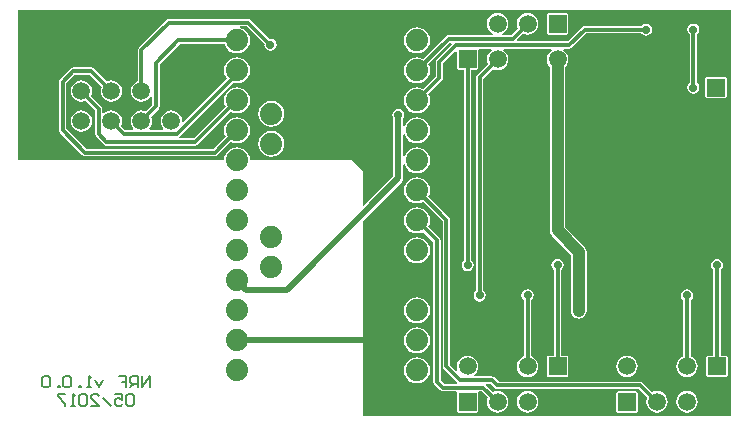
<source format=gbl>
G04 Layer_Physical_Order=2*
G04 Layer_Color=255*
%FSLAX24Y24*%
%MOIN*%
G70*
G01*
G75*
%ADD23C,0.0118*%
%ADD24C,0.0394*%
%ADD26C,0.0197*%
%ADD27C,0.0059*%
%ADD28C,0.0591*%
%ADD29R,0.0591X0.0591*%
%ADD30C,0.0740*%
%ADD31R,0.0591X0.0591*%
%ADD32C,0.0276*%
G36*
X23894Y121D02*
X11614D01*
Y6622D01*
X12918Y7926D01*
X12953Y7978D01*
X12966Y8040D01*
Y8493D01*
X13016Y8503D01*
X13050Y8421D01*
X13119Y8331D01*
X13208Y8262D01*
X13313Y8219D01*
X13425Y8204D01*
X13537Y8219D01*
X13642Y8262D01*
X13732Y8331D01*
X13801Y8421D01*
X13844Y8526D01*
X13859Y8638D01*
X13844Y8750D01*
X13801Y8855D01*
X13732Y8944D01*
X13642Y9013D01*
X13537Y9057D01*
X13425Y9072D01*
X13313Y9057D01*
X13208Y9013D01*
X13119Y8944D01*
X13050Y8855D01*
X13016Y8772D01*
X12966Y8782D01*
Y9493D01*
X13016Y9503D01*
X13050Y9421D01*
X13119Y9331D01*
X13208Y9262D01*
X13313Y9219D01*
X13425Y9204D01*
X13537Y9219D01*
X13642Y9262D01*
X13732Y9331D01*
X13801Y9421D01*
X13844Y9526D01*
X13859Y9638D01*
X13844Y9750D01*
X13801Y9855D01*
X13732Y9944D01*
X13642Y10013D01*
X13537Y10057D01*
X13425Y10072D01*
X13313Y10057D01*
X13208Y10013D01*
X13119Y9944D01*
X13050Y9855D01*
X13016Y9772D01*
X12966Y9782D01*
Y10034D01*
X12990Y10072D01*
X13006Y10149D01*
X12990Y10226D01*
X12947Y10291D01*
X12881Y10335D01*
X12804Y10350D01*
X12727Y10335D01*
X12661Y10291D01*
X12618Y10226D01*
X12602Y10149D01*
X12618Y10072D01*
X12642Y10034D01*
Y8107D01*
X11660Y7125D01*
X11614Y7144D01*
Y8268D01*
X11220Y8661D01*
X7856D01*
X7844Y8750D01*
X7801Y8855D01*
X7732Y8944D01*
X7642Y9013D01*
X7537Y9057D01*
X7425Y9072D01*
X7313Y9057D01*
X7208Y9013D01*
X7119Y8944D01*
X7050Y8855D01*
X7006Y8750D01*
X6995Y8661D01*
X121D01*
X121Y13658D01*
X23894D01*
Y121D01*
D02*
G37*
%LPC*%
G36*
X17110Y4336D02*
X17033Y4320D01*
X16968Y4276D01*
X16924Y4211D01*
X16909Y4134D01*
X16924Y4057D01*
X16968Y3991D01*
X16989Y3977D01*
Y2106D01*
X16931Y2082D01*
X16857Y2025D01*
X16800Y1951D01*
X16764Y1864D01*
X16752Y1772D01*
X16764Y1679D01*
X16800Y1592D01*
X16857Y1518D01*
X16931Y1461D01*
X17017Y1426D01*
X17110Y1413D01*
X17203Y1426D01*
X17289Y1461D01*
X17364Y1518D01*
X17421Y1592D01*
X17456Y1679D01*
X17469Y1772D01*
X17456Y1864D01*
X17421Y1951D01*
X17364Y2025D01*
X17289Y2082D01*
X17232Y2106D01*
Y3977D01*
X17253Y3991D01*
X17297Y4057D01*
X17312Y4134D01*
X17297Y4211D01*
X17253Y4276D01*
X17187Y4320D01*
X17110Y4336D01*
D02*
G37*
G36*
X23425Y5350D02*
X23348Y5335D01*
X23283Y5291D01*
X23239Y5226D01*
X23224Y5149D01*
X23239Y5072D01*
X23283Y5006D01*
X23304Y4992D01*
Y2132D01*
X23130D01*
X23084Y2113D01*
X23065Y2067D01*
Y1476D01*
X23084Y1430D01*
X23130Y1411D01*
X23720D01*
X23766Y1430D01*
X23785Y1476D01*
Y2067D01*
X23766Y2113D01*
X23720Y2132D01*
X23547D01*
Y4992D01*
X23568Y5006D01*
X23612Y5072D01*
X23627Y5149D01*
X23612Y5226D01*
X23568Y5291D01*
X23502Y5335D01*
X23425Y5350D01*
D02*
G37*
G36*
X20425Y2130D02*
X20332Y2118D01*
X20246Y2082D01*
X20172Y2025D01*
X20115Y1951D01*
X20079Y1864D01*
X20067Y1772D01*
X20079Y1679D01*
X20115Y1592D01*
X20172Y1518D01*
X20246Y1461D01*
X20332Y1426D01*
X20425Y1413D01*
X20518Y1426D01*
X20604Y1461D01*
X20679Y1518D01*
X20736Y1592D01*
X20771Y1679D01*
X20784Y1772D01*
X20771Y1864D01*
X20736Y1951D01*
X20679Y2025D01*
X20604Y2082D01*
X20518Y2118D01*
X20425Y2130D01*
D02*
G37*
G36*
X22425Y4336D02*
X22348Y4320D01*
X22283Y4276D01*
X22239Y4211D01*
X22224Y4134D01*
X22239Y4057D01*
X22283Y3991D01*
X22304Y3977D01*
Y2106D01*
X22246Y2082D01*
X22172Y2025D01*
X22115Y1951D01*
X22079Y1864D01*
X22067Y1772D01*
X22079Y1679D01*
X22115Y1592D01*
X22172Y1518D01*
X22246Y1461D01*
X22332Y1426D01*
X22425Y1413D01*
X22518Y1426D01*
X22604Y1461D01*
X22679Y1518D01*
X22736Y1592D01*
X22771Y1679D01*
X22784Y1772D01*
X22771Y1864D01*
X22736Y1951D01*
X22679Y2025D01*
X22604Y2082D01*
X22547Y2106D01*
Y3977D01*
X22568Y3991D01*
X22612Y4057D01*
X22627Y4134D01*
X22612Y4211D01*
X22568Y4276D01*
X22502Y4320D01*
X22425Y4336D01*
D02*
G37*
G36*
X13425Y3072D02*
X13313Y3057D01*
X13208Y3013D01*
X13119Y2944D01*
X13050Y2855D01*
X13006Y2750D01*
X12991Y2638D01*
X13006Y2526D01*
X13050Y2421D01*
X13119Y2331D01*
X13208Y2262D01*
X13313Y2219D01*
X13425Y2204D01*
X13537Y2219D01*
X13642Y2262D01*
X13732Y2331D01*
X13801Y2421D01*
X13844Y2526D01*
X13859Y2638D01*
X13844Y2750D01*
X13801Y2855D01*
X13732Y2944D01*
X13642Y3013D01*
X13537Y3057D01*
X13425Y3072D01*
D02*
G37*
G36*
X22425Y949D02*
X22332Y937D01*
X22246Y901D01*
X22172Y844D01*
X22115Y770D01*
X22079Y683D01*
X22067Y591D01*
X22079Y498D01*
X22115Y411D01*
X22172Y337D01*
X22246Y280D01*
X22332Y244D01*
X22425Y232D01*
X22518Y244D01*
X22604Y280D01*
X22679Y337D01*
X22736Y411D01*
X22771Y498D01*
X22784Y591D01*
X22771Y683D01*
X22736Y770D01*
X22679Y844D01*
X22604Y901D01*
X22518Y937D01*
X22425Y949D01*
D02*
G37*
G36*
X17110D02*
X17017Y937D01*
X16931Y901D01*
X16857Y844D01*
X16800Y770D01*
X16764Y683D01*
X16752Y591D01*
X16764Y498D01*
X16800Y411D01*
X16857Y337D01*
X16931Y280D01*
X17017Y244D01*
X17110Y232D01*
X17203Y244D01*
X17289Y280D01*
X17364Y337D01*
X17421Y411D01*
X17456Y498D01*
X17469Y591D01*
X17456Y683D01*
X17421Y770D01*
X17364Y844D01*
X17289Y901D01*
X17203Y937D01*
X17110Y949D01*
D02*
G37*
G36*
X20720Y951D02*
X20130D01*
X20084Y932D01*
X20065Y886D01*
Y295D01*
X20084Y249D01*
X20130Y230D01*
X20720D01*
X20766Y249D01*
X20785Y295D01*
Y886D01*
X20766Y932D01*
X20720Y951D01*
D02*
G37*
G36*
X18110Y5350D02*
X18033Y5335D01*
X17968Y5291D01*
X17924Y5226D01*
X17909Y5149D01*
X17924Y5072D01*
X17968Y5006D01*
X17989Y4992D01*
Y2132D01*
X17815D01*
X17769Y2113D01*
X17750Y2067D01*
Y1476D01*
X17769Y1430D01*
X17815Y1411D01*
X18406D01*
X18451Y1430D01*
X18470Y1476D01*
Y2067D01*
X18451Y2113D01*
X18406Y2132D01*
X18232D01*
Y4992D01*
X18253Y5006D01*
X18297Y5072D01*
X18312Y5149D01*
X18297Y5226D01*
X18253Y5291D01*
X18187Y5335D01*
X18110Y5350D01*
D02*
G37*
G36*
X13425Y2072D02*
X13313Y2057D01*
X13208Y2013D01*
X13119Y1944D01*
X13050Y1855D01*
X13006Y1750D01*
X12991Y1638D01*
X13006Y1526D01*
X13050Y1421D01*
X13119Y1331D01*
X13208Y1262D01*
X13313Y1219D01*
X13425Y1204D01*
X13537Y1219D01*
X13642Y1262D01*
X13732Y1331D01*
X13801Y1421D01*
X13844Y1526D01*
X13859Y1638D01*
X13844Y1750D01*
X13801Y1855D01*
X13732Y1944D01*
X13642Y2013D01*
X13537Y2057D01*
X13425Y2072D01*
D02*
G37*
G36*
Y8072D02*
X13313Y8057D01*
X13208Y8013D01*
X13119Y7944D01*
X13050Y7855D01*
X13006Y7750D01*
X12991Y7638D01*
X13006Y7526D01*
X13050Y7421D01*
X13119Y7331D01*
X13208Y7262D01*
X13313Y7219D01*
X13425Y7204D01*
X13537Y7219D01*
X13633Y7258D01*
X14288Y6603D01*
Y1772D01*
X14288Y1772D01*
X14297Y1725D01*
X14324Y1686D01*
X14775Y1234D01*
X14775Y1233D01*
X14760Y1184D01*
X14342D01*
X14216Y1310D01*
Y5968D01*
X14207Y6015D01*
X14180Y6054D01*
X14180Y6054D01*
X13805Y6430D01*
X13844Y6526D01*
X13859Y6638D01*
X13844Y6750D01*
X13801Y6855D01*
X13732Y6944D01*
X13642Y7013D01*
X13537Y7057D01*
X13425Y7072D01*
X13313Y7057D01*
X13208Y7013D01*
X13119Y6944D01*
X13050Y6855D01*
X13006Y6750D01*
X12991Y6638D01*
X13006Y6526D01*
X13050Y6421D01*
X13119Y6331D01*
X13208Y6262D01*
X13313Y6219D01*
X13425Y6204D01*
X13537Y6219D01*
X13633Y6258D01*
X13973Y5918D01*
Y1260D01*
X13973Y1260D01*
X13982Y1213D01*
X14009Y1174D01*
X14205Y977D01*
X14206Y977D01*
X14245Y951D01*
X14291Y942D01*
X14719D01*
X14752Y892D01*
X14750Y886D01*
Y295D01*
X14769Y249D01*
X14815Y230D01*
X15406D01*
X15451Y249D01*
X15470Y295D01*
Y886D01*
X15468Y892D01*
X15501Y942D01*
X15588D01*
X15788Y741D01*
X15764Y683D01*
X15752Y591D01*
X15764Y498D01*
X15800Y411D01*
X15857Y337D01*
X15931Y280D01*
X16017Y244D01*
X16110Y232D01*
X16203Y244D01*
X16289Y280D01*
X16364Y337D01*
X16421Y411D01*
X16456Y498D01*
X16469Y591D01*
X16456Y683D01*
X16421Y770D01*
X16364Y844D01*
X16289Y901D01*
X16203Y937D01*
X16110Y949D01*
X16017Y937D01*
X15960Y913D01*
X15724Y1148D01*
X15724Y1150D01*
X15739Y1198D01*
X15874D01*
X16017Y1056D01*
X16017Y1056D01*
X16056Y1030D01*
X16102Y1020D01*
X16102Y1020D01*
X20824D01*
X21103Y741D01*
X21079Y683D01*
X21067Y591D01*
X21079Y498D01*
X21115Y411D01*
X21172Y337D01*
X21246Y280D01*
X21332Y244D01*
X21425Y232D01*
X21518Y244D01*
X21604Y280D01*
X21679Y337D01*
X21736Y411D01*
X21771Y498D01*
X21784Y591D01*
X21771Y683D01*
X21736Y770D01*
X21679Y844D01*
X21604Y901D01*
X21518Y937D01*
X21425Y949D01*
X21332Y937D01*
X21275Y913D01*
X20960Y1228D01*
X20920Y1254D01*
X20874Y1263D01*
X20874Y1263D01*
X16153D01*
X16010Y1406D01*
X15971Y1432D01*
X15924Y1441D01*
X15924Y1441D01*
X15345D01*
X15328Y1491D01*
X15364Y1518D01*
X15421Y1592D01*
X15456Y1679D01*
X15469Y1772D01*
X15456Y1864D01*
X15421Y1951D01*
X15364Y2025D01*
X15289Y2082D01*
X15203Y2118D01*
X15110Y2130D01*
X15017Y2118D01*
X14931Y2082D01*
X14857Y2025D01*
X14800Y1951D01*
X14764Y1864D01*
X14752Y1772D01*
X14764Y1679D01*
X14778Y1646D01*
X14736Y1617D01*
X14531Y1822D01*
Y6654D01*
X14522Y6700D01*
X14495Y6739D01*
X14495Y6739D01*
X13805Y7430D01*
X13844Y7526D01*
X13859Y7638D01*
X13844Y7750D01*
X13801Y7855D01*
X13732Y7944D01*
X13642Y8013D01*
X13537Y8057D01*
X13425Y8072D01*
D02*
G37*
G36*
Y4072D02*
X13313Y4057D01*
X13208Y4013D01*
X13119Y3944D01*
X13050Y3855D01*
X13006Y3750D01*
X12991Y3638D01*
X13006Y3526D01*
X13050Y3421D01*
X13119Y3331D01*
X13208Y3262D01*
X13313Y3219D01*
X13425Y3204D01*
X13537Y3219D01*
X13642Y3262D01*
X13732Y3331D01*
X13801Y3421D01*
X13844Y3526D01*
X13859Y3638D01*
X13844Y3750D01*
X13801Y3855D01*
X13732Y3944D01*
X13642Y4013D01*
X13537Y4057D01*
X13425Y4072D01*
D02*
G37*
G36*
Y13072D02*
X13313Y13057D01*
X13208Y13013D01*
X13119Y12944D01*
X13050Y12855D01*
X13006Y12750D01*
X12991Y12638D01*
X13006Y12526D01*
X13050Y12421D01*
X13119Y12331D01*
X13208Y12262D01*
X13313Y12219D01*
X13425Y12204D01*
X13537Y12219D01*
X13642Y12262D01*
X13732Y12331D01*
X13801Y12421D01*
X13844Y12526D01*
X13859Y12638D01*
X13844Y12750D01*
X13801Y12855D01*
X13732Y12944D01*
X13642Y13013D01*
X13537Y13057D01*
X13425Y13072D01*
D02*
G37*
G36*
X2567Y11736D02*
X2567Y11736D01*
X1969D01*
X1969Y11736D01*
X1922Y11726D01*
X1883Y11700D01*
X1883Y11700D01*
X1528Y11346D01*
X1502Y11306D01*
X1493Y11260D01*
X1493Y11260D01*
Y9646D01*
X1493Y9646D01*
X1502Y9599D01*
X1528Y9560D01*
X2276Y8812D01*
X2276Y8812D01*
X2316Y8785D01*
X2362Y8776D01*
X2362Y8776D01*
X6685D01*
X6685Y8776D01*
X6731Y8785D01*
X6771Y8812D01*
X7217Y9258D01*
X7313Y9219D01*
X7425Y9204D01*
X7537Y9219D01*
X7642Y9262D01*
X7732Y9331D01*
X7801Y9421D01*
X7844Y9526D01*
X7859Y9638D01*
X7844Y9750D01*
X7801Y9855D01*
X7732Y9944D01*
X7642Y10013D01*
X7537Y10057D01*
X7425Y10072D01*
X7313Y10057D01*
X7208Y10013D01*
X7119Y9944D01*
X7050Y9855D01*
X7006Y9750D01*
X6991Y9638D01*
X7006Y9526D01*
X7046Y9430D01*
X6635Y9019D01*
X2412D01*
X1736Y9696D01*
Y11210D01*
X2019Y11493D01*
X2517D01*
X2914Y11095D01*
X2890Y11038D01*
X2878Y10945D01*
X2890Y10852D01*
X2926Y10766D01*
X2983Y10691D01*
X3057Y10635D01*
X3143Y10599D01*
X3236Y10587D01*
X3329Y10599D01*
X3415Y10635D01*
X3490Y10691D01*
X3547Y10766D01*
X3582Y10852D01*
X3595Y10945D01*
X3582Y11038D01*
X3547Y11124D01*
X3490Y11198D01*
X3415Y11255D01*
X3329Y11291D01*
X3236Y11303D01*
X3143Y11291D01*
X3086Y11267D01*
X2653Y11700D01*
X2613Y11726D01*
X2567Y11736D01*
D02*
G37*
G36*
X17110Y13547D02*
X17017Y13535D01*
X16931Y13499D01*
X16857Y13442D01*
X16800Y13368D01*
X16764Y13282D01*
X16752Y13189D01*
X16764Y13096D01*
X16788Y13038D01*
X16564Y12814D01*
X16265D01*
X16255Y12864D01*
X16289Y12879D01*
X16364Y12936D01*
X16421Y13010D01*
X16456Y13096D01*
X16469Y13189D01*
X16456Y13282D01*
X16421Y13368D01*
X16364Y13442D01*
X16289Y13499D01*
X16203Y13535D01*
X16110Y13547D01*
X16017Y13535D01*
X15931Y13499D01*
X15857Y13442D01*
X15800Y13368D01*
X15764Y13282D01*
X15752Y13189D01*
X15764Y13096D01*
X15800Y13010D01*
X15857Y12936D01*
X15931Y12879D01*
X15966Y12864D01*
X15956Y12814D01*
X14480D01*
X14434Y12805D01*
X14394Y12779D01*
X14394Y12779D01*
X13633Y12017D01*
X13537Y12057D01*
X13425Y12072D01*
X13313Y12057D01*
X13208Y12013D01*
X13119Y11944D01*
X13050Y11855D01*
X13006Y11750D01*
X12991Y11638D01*
X13006Y11526D01*
X13050Y11421D01*
X13119Y11331D01*
X13208Y11262D01*
X13313Y11219D01*
X13425Y11204D01*
X13537Y11219D01*
X13642Y11262D01*
X13732Y11331D01*
X13801Y11421D01*
X13844Y11526D01*
X13859Y11638D01*
X13844Y11750D01*
X13805Y11846D01*
X14527Y12568D01*
X14573Y12563D01*
X14591Y12519D01*
X14087Y12015D01*
X14061Y11976D01*
X14052Y11929D01*
X14052Y11929D01*
Y11436D01*
X13633Y11017D01*
X13537Y11057D01*
X13425Y11072D01*
X13313Y11057D01*
X13208Y11013D01*
X13119Y10944D01*
X13050Y10855D01*
X13006Y10750D01*
X12991Y10638D01*
X13006Y10526D01*
X13050Y10421D01*
X13119Y10331D01*
X13208Y10262D01*
X13313Y10219D01*
X13425Y10204D01*
X13537Y10219D01*
X13642Y10262D01*
X13732Y10331D01*
X13801Y10421D01*
X13844Y10526D01*
X13859Y10638D01*
X13844Y10750D01*
X13805Y10846D01*
X14259Y11300D01*
X14259Y11300D01*
X14285Y11339D01*
X14295Y11386D01*
Y11879D01*
X14700Y12284D01*
X14750Y12264D01*
Y11713D01*
X14769Y11667D01*
X14815Y11648D01*
X14989D01*
Y5300D01*
X14976Y5291D01*
X14932Y5226D01*
X14916Y5149D01*
X14932Y5072D01*
X14976Y5006D01*
X15041Y4962D01*
X15118Y4947D01*
X15195Y4962D01*
X15261Y5006D01*
X15304Y5072D01*
X15320Y5149D01*
X15304Y5226D01*
X15261Y5291D01*
X15232Y5311D01*
Y11648D01*
X15406D01*
X15451Y11667D01*
X15470Y11713D01*
Y12303D01*
X15468Y12309D01*
X15501Y12359D01*
X15905D01*
X15919Y12309D01*
X15857Y12261D01*
X15800Y12187D01*
X15764Y12101D01*
X15752Y12008D01*
X15764Y11915D01*
X15788Y11857D01*
X15426Y11495D01*
X15400Y11456D01*
X15390Y11409D01*
X15390Y11409D01*
Y4291D01*
X15369Y4276D01*
X15325Y4211D01*
X15310Y4134D01*
X15325Y4057D01*
X15369Y3991D01*
X15435Y3948D01*
X15512Y3932D01*
X15589Y3948D01*
X15654Y3991D01*
X15698Y4057D01*
X15713Y4134D01*
X15698Y4211D01*
X15654Y4276D01*
X15633Y4291D01*
Y11359D01*
X15960Y11686D01*
X16017Y11662D01*
X16110Y11650D01*
X16203Y11662D01*
X16289Y11698D01*
X16364Y11754D01*
X16421Y11829D01*
X16456Y11915D01*
X16469Y12008D01*
X16456Y12101D01*
X16421Y12187D01*
X16364Y12261D01*
X16301Y12309D01*
X16316Y12359D01*
X17905D01*
X17919Y12309D01*
X17857Y12261D01*
X17800Y12187D01*
X17764Y12101D01*
X17752Y12008D01*
X17764Y11915D01*
X17800Y11829D01*
X17851Y11762D01*
Y6299D01*
X17860Y6232D01*
X17886Y6170D01*
X17927Y6116D01*
X18560Y5483D01*
Y3622D01*
X18569Y3555D01*
X18595Y3493D01*
X18636Y3439D01*
X18689Y3398D01*
X18752Y3372D01*
X18819Y3363D01*
X18886Y3372D01*
X18948Y3398D01*
X19002Y3439D01*
X19043Y3493D01*
X19069Y3555D01*
X19078Y3622D01*
Y5591D01*
X19069Y5658D01*
X19043Y5720D01*
X19002Y5774D01*
X18369Y6407D01*
Y11762D01*
X18421Y11829D01*
X18456Y11915D01*
X18469Y12008D01*
X18456Y12101D01*
X18421Y12187D01*
X18364Y12261D01*
X18302Y12309D01*
X18316Y12359D01*
X18504D01*
X18504Y12359D01*
X18550Y12368D01*
X18590Y12394D01*
X19066Y12871D01*
X20906D01*
X20920Y12850D01*
X20986Y12806D01*
X21063Y12790D01*
X21140Y12806D01*
X21206Y12850D01*
X21249Y12915D01*
X21265Y12992D01*
X21249Y13069D01*
X21206Y13135D01*
X21140Y13178D01*
X21063Y13194D01*
X20986Y13178D01*
X20920Y13135D01*
X20906Y13114D01*
X19016D01*
X19016Y13114D01*
X18969Y13104D01*
X18930Y13078D01*
X18454Y12602D01*
X16765D01*
X16745Y12652D01*
X16960Y12867D01*
X17017Y12843D01*
X17110Y12831D01*
X17203Y12843D01*
X17289Y12879D01*
X17364Y12936D01*
X17421Y13010D01*
X17456Y13096D01*
X17469Y13189D01*
X17456Y13282D01*
X17421Y13368D01*
X17364Y13442D01*
X17289Y13499D01*
X17203Y13535D01*
X17110Y13547D01*
D02*
G37*
G36*
X7795Y13350D02*
X7795Y13350D01*
X5157D01*
X5157Y13350D01*
X5111Y13340D01*
X5072Y13314D01*
X5072Y13314D01*
X4150Y12393D01*
X4124Y12354D01*
X4115Y12307D01*
X4115Y12307D01*
Y11279D01*
X4057Y11255D01*
X3983Y11198D01*
X3926Y11124D01*
X3890Y11038D01*
X3878Y10945D01*
X3890Y10852D01*
X3926Y10766D01*
X3983Y10691D01*
X4057Y10635D01*
X4143Y10599D01*
X4236Y10587D01*
X4329Y10599D01*
X4415Y10635D01*
X4490Y10691D01*
X4547Y10766D01*
X4553Y10781D01*
X4603Y10771D01*
Y10483D01*
X4387Y10267D01*
X4329Y10291D01*
X4236Y10303D01*
X4143Y10291D01*
X4057Y10255D01*
X3983Y10198D01*
X3926Y10124D01*
X3890Y10038D01*
X3878Y9945D01*
X3890Y9852D01*
X3926Y9766D01*
X3975Y9702D01*
X3959Y9652D01*
X3701D01*
X3558Y9794D01*
X3582Y9852D01*
X3595Y9945D01*
X3582Y10038D01*
X3547Y10124D01*
X3490Y10198D01*
X3415Y10255D01*
X3329Y10291D01*
X3236Y10303D01*
X3143Y10291D01*
X3057Y10255D01*
X2993Y10206D01*
X2943Y10222D01*
Y10359D01*
X2943Y10359D01*
X2934Y10406D01*
X2908Y10445D01*
X2558Y10794D01*
X2582Y10852D01*
X2595Y10945D01*
X2582Y11038D01*
X2547Y11124D01*
X2490Y11198D01*
X2415Y11255D01*
X2329Y11291D01*
X2236Y11303D01*
X2143Y11291D01*
X2057Y11255D01*
X1983Y11198D01*
X1926Y11124D01*
X1890Y11038D01*
X1878Y10945D01*
X1890Y10852D01*
X1926Y10766D01*
X1983Y10691D01*
X2057Y10635D01*
X2143Y10599D01*
X2236Y10587D01*
X2329Y10599D01*
X2387Y10623D01*
X2700Y10309D01*
Y9501D01*
X2700Y9501D01*
X2710Y9454D01*
X2736Y9415D01*
X2985Y9166D01*
X2985Y9166D01*
X3024Y9140D01*
X3071Y9131D01*
X6039D01*
X6039Y9131D01*
X6086Y9140D01*
X6125Y9166D01*
X7217Y10258D01*
X7313Y10219D01*
X7425Y10204D01*
X7537Y10219D01*
X7642Y10262D01*
X7732Y10331D01*
X7801Y10421D01*
X7844Y10526D01*
X7859Y10638D01*
X7844Y10750D01*
X7801Y10855D01*
X7732Y10944D01*
X7642Y11013D01*
X7537Y11057D01*
X7425Y11072D01*
X7313Y11057D01*
X7208Y11013D01*
X7119Y10944D01*
X7050Y10855D01*
X7006Y10750D01*
X6991Y10638D01*
X7006Y10526D01*
X7046Y10430D01*
X5989Y9373D01*
X5491D01*
X5484Y9392D01*
X5482Y9423D01*
X5514Y9445D01*
X7296Y11226D01*
X7313Y11219D01*
X7425Y11204D01*
X7537Y11219D01*
X7642Y11262D01*
X7732Y11331D01*
X7801Y11421D01*
X7844Y11526D01*
X7859Y11638D01*
X7844Y11750D01*
X7801Y11855D01*
X7732Y11944D01*
X7642Y12013D01*
X7537Y12057D01*
X7425Y12072D01*
X7313Y12057D01*
X7208Y12013D01*
X7119Y11944D01*
X7050Y11855D01*
X7006Y11750D01*
X6991Y11638D01*
X7006Y11526D01*
X7050Y11421D01*
X7092Y11366D01*
X5638Y9912D01*
X5593Y9934D01*
X5595Y9945D01*
X5582Y10038D01*
X5547Y10124D01*
X5490Y10198D01*
X5415Y10255D01*
X5329Y10291D01*
X5236Y10303D01*
X5143Y10291D01*
X5057Y10255D01*
X4983Y10198D01*
X4926Y10124D01*
X4890Y10038D01*
X4878Y9945D01*
X4890Y9852D01*
X4926Y9766D01*
X4975Y9702D01*
X4959Y9652D01*
X4513D01*
X4498Y9702D01*
X4547Y9766D01*
X4582Y9852D01*
X4595Y9945D01*
X4582Y10038D01*
X4558Y10095D01*
X4810Y10347D01*
X4810Y10347D01*
X4837Y10387D01*
X4846Y10433D01*
X4846Y10433D01*
Y11839D01*
X5523Y12516D01*
X7010D01*
X7050Y12421D01*
X7119Y12331D01*
X7208Y12262D01*
X7313Y12219D01*
X7425Y12204D01*
X7537Y12219D01*
X7642Y12262D01*
X7732Y12331D01*
X7801Y12421D01*
X7844Y12526D01*
X7859Y12638D01*
X7844Y12750D01*
X7801Y12855D01*
X7732Y12944D01*
X7642Y13013D01*
X7537Y13057D01*
X7536Y13057D01*
X7539Y13107D01*
X7745D01*
X8344Y12508D01*
X8342Y12495D01*
X8357Y12418D01*
X8401Y12353D01*
X8466Y12309D01*
X8543Y12294D01*
X8620Y12309D01*
X8686Y12353D01*
X8730Y12418D01*
X8745Y12495D01*
X8730Y12572D01*
X8686Y12638D01*
X8620Y12682D01*
X8543Y12697D01*
X8506Y12689D01*
X7881Y13314D01*
X7842Y13340D01*
X7795Y13350D01*
D02*
G37*
G36*
X18406Y13549D02*
X17815D01*
X17769Y13530D01*
X17750Y13484D01*
Y12894D01*
X17769Y12848D01*
X17815Y12829D01*
X18406D01*
X18451Y12848D01*
X18470Y12894D01*
Y13484D01*
X18451Y13530D01*
X18406Y13549D01*
D02*
G37*
G36*
X22638Y13194D02*
X22561Y13178D01*
X22495Y13135D01*
X22451Y13069D01*
X22436Y12992D01*
X22451Y12915D01*
X22495Y12850D01*
X22516Y12835D01*
Y11220D01*
X22495Y11206D01*
X22451Y11140D01*
X22436Y11063D01*
X22451Y10986D01*
X22495Y10920D01*
X22561Y10877D01*
X22638Y10861D01*
X22715Y10877D01*
X22780Y10920D01*
X22824Y10986D01*
X22839Y11063D01*
X22824Y11140D01*
X22780Y11206D01*
X22759Y11220D01*
Y12835D01*
X22780Y12850D01*
X22824Y12915D01*
X22839Y12992D01*
X22824Y13069D01*
X22780Y13135D01*
X22715Y13178D01*
X22638Y13194D01*
D02*
G37*
G36*
X8575Y9622D02*
X8463Y9607D01*
X8358Y9563D01*
X8269Y9494D01*
X8200Y9405D01*
X8156Y9300D01*
X8141Y9188D01*
X8156Y9076D01*
X8200Y8971D01*
X8269Y8881D01*
X8358Y8812D01*
X8463Y8769D01*
X8575Y8754D01*
X8687Y8769D01*
X8792Y8812D01*
X8882Y8881D01*
X8951Y8971D01*
X8994Y9076D01*
X9009Y9188D01*
X8994Y9300D01*
X8951Y9405D01*
X8882Y9494D01*
X8792Y9563D01*
X8687Y9607D01*
X8575Y9622D01*
D02*
G37*
G36*
X13425Y6072D02*
X13313Y6057D01*
X13208Y6013D01*
X13119Y5944D01*
X13050Y5855D01*
X13006Y5750D01*
X12991Y5638D01*
X13006Y5526D01*
X13050Y5421D01*
X13119Y5331D01*
X13208Y5262D01*
X13313Y5219D01*
X13425Y5204D01*
X13537Y5219D01*
X13642Y5262D01*
X13732Y5331D01*
X13801Y5421D01*
X13844Y5526D01*
X13859Y5638D01*
X13844Y5750D01*
X13801Y5855D01*
X13732Y5944D01*
X13642Y6013D01*
X13537Y6057D01*
X13425Y6072D01*
D02*
G37*
G36*
X2236Y10303D02*
X2143Y10291D01*
X2057Y10255D01*
X1983Y10198D01*
X1926Y10124D01*
X1890Y10038D01*
X1878Y9945D01*
X1890Y9852D01*
X1926Y9766D01*
X1983Y9692D01*
X2057Y9635D01*
X2143Y9599D01*
X2236Y9587D01*
X2329Y9599D01*
X2415Y9635D01*
X2490Y9692D01*
X2547Y9766D01*
X2582Y9852D01*
X2595Y9945D01*
X2582Y10038D01*
X2547Y10124D01*
X2490Y10198D01*
X2415Y10255D01*
X2329Y10291D01*
X2236Y10303D01*
D02*
G37*
G36*
X23681Y11423D02*
X23091D01*
X23045Y11404D01*
X23026Y11358D01*
Y10768D01*
X23045Y10722D01*
X23091Y10703D01*
X23681D01*
X23727Y10722D01*
X23746Y10768D01*
Y11358D01*
X23727Y11404D01*
X23681Y11423D01*
D02*
G37*
G36*
X8575Y10622D02*
X8463Y10607D01*
X8358Y10563D01*
X8269Y10494D01*
X8200Y10405D01*
X8156Y10300D01*
X8141Y10188D01*
X8156Y10076D01*
X8200Y9971D01*
X8269Y9881D01*
X8358Y9812D01*
X8463Y9769D01*
X8575Y9754D01*
X8687Y9769D01*
X8792Y9812D01*
X8882Y9881D01*
X8951Y9971D01*
X8994Y10076D01*
X9009Y10188D01*
X8994Y10300D01*
X8951Y10405D01*
X8882Y10494D01*
X8792Y10563D01*
X8687Y10607D01*
X8575Y10622D01*
D02*
G37*
%LPD*%
D23*
X14291Y1063D02*
X15638D01*
X14094Y1260D02*
X14291Y1063D01*
X14094Y1260D02*
Y5968D01*
X8528Y12495D02*
X8543D01*
X7795Y13228D02*
X8528Y12495D01*
X6685Y8898D02*
X7425Y9638D01*
X2362Y8898D02*
X6685D01*
X1614Y9646D02*
X2362Y8898D01*
X1614Y11260D02*
X1969Y11614D01*
X1614Y9646D02*
Y11260D01*
X1969Y11614D02*
X2567D01*
X3236Y10945D01*
X22638Y11063D02*
Y12992D01*
X19016D02*
X21063D01*
X18504Y12480D02*
X19016Y12992D01*
X14724Y12480D02*
X18504D01*
X14173Y11929D02*
X14724Y12480D01*
X14173Y11386D02*
Y11929D01*
X13425Y10638D02*
X14173Y11386D01*
X13425Y11638D02*
X14480Y12693D01*
X16614D01*
X14861Y1320D02*
X15924D01*
X14409Y1772D02*
X14861Y1320D01*
X14409Y1772D02*
Y6654D01*
X16102Y1142D02*
X20874D01*
X15924Y1320D02*
X16102Y1142D01*
X15638Y1063D02*
X16110Y591D01*
X20874Y1142D02*
X21425Y591D01*
X13425Y7638D02*
X14409Y6654D01*
X13425Y6638D02*
X14094Y5968D01*
X22425Y1772D02*
Y4134D01*
X23425Y1772D02*
Y5149D01*
X18110Y1772D02*
Y5149D01*
X17110Y1772D02*
Y4134D01*
X16614Y12693D02*
X17110Y13189D01*
X15512Y11409D02*
X16110Y12008D01*
X15512Y4134D02*
Y11409D01*
X15110Y5149D02*
Y12008D01*
X5157Y13228D02*
X7795D01*
X4236Y12307D02*
X5157Y13228D01*
X4236Y10945D02*
Y12307D01*
X2236Y10945D02*
X2822Y10359D01*
Y9501D02*
Y10359D01*
Y9501D02*
X3071Y9252D01*
X6039D01*
X7425Y10638D01*
X3236Y9945D02*
X3651Y9531D01*
X5428D01*
X7425Y11527D01*
Y11638D01*
X4236Y9945D02*
X4724Y10433D01*
Y11890D01*
X5472Y12638D01*
X7425D01*
Y9638D02*
Y9677D01*
X13409Y6654D02*
X13425Y6638D01*
D24*
X18110Y6299D02*
X18819Y5591D01*
X18110Y6299D02*
Y12008D01*
X18819Y3622D02*
Y5591D01*
D26*
X7425Y2638D02*
X12047D01*
X7425Y4638D02*
X7732Y4331D01*
X9094D01*
X12804Y8040D01*
Y10149D01*
D27*
X4528Y1067D02*
Y1460D01*
X4265Y1067D01*
Y1460D01*
X4134Y1067D02*
Y1460D01*
X3937D01*
X3872Y1395D01*
Y1264D01*
X3937Y1198D01*
X4134D01*
X4003D02*
X3872Y1067D01*
X3478Y1460D02*
X3741D01*
Y1264D01*
X3609D01*
X3741D01*
Y1067D01*
X2954Y1329D02*
X2822Y1067D01*
X2691Y1329D01*
X2560Y1067D02*
X2429D01*
X2494D01*
Y1460D01*
X2560Y1395D01*
X2232Y1067D02*
Y1132D01*
X2166D01*
Y1067D01*
X2232D01*
X1904Y1395D02*
X1838Y1460D01*
X1707D01*
X1642Y1395D01*
Y1132D01*
X1707Y1067D01*
X1838D01*
X1904Y1132D01*
Y1395D01*
X1510Y1067D02*
Y1132D01*
X1445D01*
Y1067D01*
X1510D01*
X1182Y1395D02*
X1117Y1460D01*
X986D01*
X920Y1395D01*
Y1132D01*
X986Y1067D01*
X1117D01*
X1182Y1132D01*
Y1395D01*
X4003Y781D02*
X3937Y846D01*
X3806D01*
X3741Y781D01*
Y518D01*
X3806Y453D01*
X3937D01*
X4003Y518D01*
Y781D01*
X3347Y846D02*
X3609D01*
Y650D01*
X3478Y715D01*
X3413D01*
X3347Y650D01*
Y518D01*
X3413Y453D01*
X3544D01*
X3609Y518D01*
X3216Y453D02*
X2954Y715D01*
X2560Y453D02*
X2822D01*
X2560Y715D01*
Y781D01*
X2626Y846D01*
X2757D01*
X2822Y781D01*
X2429D02*
X2363Y846D01*
X2232D01*
X2166Y781D01*
Y518D01*
X2232Y453D01*
X2363D01*
X2429Y518D01*
Y781D01*
X2035Y453D02*
X1904D01*
X1970D01*
Y846D01*
X2035Y781D01*
X1707Y846D02*
X1445D01*
Y781D01*
X1707Y518D01*
Y453D01*
D28*
X2236Y9945D02*
D03*
Y10945D02*
D03*
X3236Y9945D02*
D03*
Y10945D02*
D03*
X4236Y9945D02*
D03*
Y10945D02*
D03*
X5236Y9945D02*
D03*
X23425Y591D02*
D03*
X22425D02*
D03*
X21425D02*
D03*
X15110Y1772D02*
D03*
X16110D02*
D03*
X17110D02*
D03*
X15110Y13189D02*
D03*
X16110D02*
D03*
X17110D02*
D03*
X20425Y1772D02*
D03*
X21425D02*
D03*
X22425D02*
D03*
X18110Y591D02*
D03*
X17110D02*
D03*
X16110D02*
D03*
X18110Y12008D02*
D03*
X17110D02*
D03*
X16110D02*
D03*
X23386Y12063D02*
D03*
D29*
X5236Y10945D02*
D03*
X23386Y11063D02*
D03*
D30*
X8575Y5088D02*
D03*
Y6088D02*
D03*
Y9188D02*
D03*
Y10188D02*
D03*
X7425Y12638D02*
D03*
Y11638D02*
D03*
Y10638D02*
D03*
Y9638D02*
D03*
Y8638D02*
D03*
Y7638D02*
D03*
Y6638D02*
D03*
Y5638D02*
D03*
Y4638D02*
D03*
Y3638D02*
D03*
Y2638D02*
D03*
Y1638D02*
D03*
X13425D02*
D03*
Y2638D02*
D03*
Y3638D02*
D03*
Y4638D02*
D03*
Y5638D02*
D03*
Y6638D02*
D03*
Y7638D02*
D03*
Y8638D02*
D03*
Y9638D02*
D03*
Y10638D02*
D03*
Y11638D02*
D03*
Y12638D02*
D03*
D31*
X20425Y591D02*
D03*
X18110Y1772D02*
D03*
Y13189D02*
D03*
X23425Y1772D02*
D03*
X15110Y591D02*
D03*
Y12008D02*
D03*
D32*
X21457Y12598D02*
D03*
X21693D02*
D03*
X21220D02*
D03*
X21102Y13465D02*
D03*
X17598Y13032D02*
D03*
X14724Y2205D02*
D03*
X14370Y1378D02*
D03*
X14055Y6496D02*
D03*
X14882Y4606D02*
D03*
X15630Y12205D02*
D03*
X14528Y11811D02*
D03*
X12441Y12835D02*
D03*
X8543Y12495D02*
D03*
X3740Y10433D02*
D03*
X1673Y13287D02*
D03*
X394Y8957D02*
D03*
Y11811D02*
D03*
X3839Y13287D02*
D03*
X6496Y11909D02*
D03*
X8268Y12106D02*
D03*
X11713D02*
D03*
Y9350D02*
D03*
X11811Y7776D02*
D03*
X11909Y6299D02*
D03*
Y4626D02*
D03*
Y3445D02*
D03*
X14075Y591D02*
D03*
X11909Y492D02*
D03*
X16339Y4626D02*
D03*
X20965D02*
D03*
X19193Y1870D02*
D03*
Y492D02*
D03*
X23720Y1083D02*
D03*
Y4429D02*
D03*
X23622Y7382D02*
D03*
X17224Y9449D02*
D03*
X18799Y8563D02*
D03*
X22343Y8760D02*
D03*
X16535Y11122D02*
D03*
X19587Y10039D02*
D03*
X22933Y10433D02*
D03*
X23228Y12992D02*
D03*
X18819Y5591D02*
D03*
X22638Y11063D02*
D03*
Y12992D02*
D03*
X19213Y12717D02*
D03*
X19449D02*
D03*
X19685D02*
D03*
X21063Y12992D02*
D03*
X18819Y4665D02*
D03*
Y3622D02*
D03*
X15118Y5149D02*
D03*
X15512Y4134D02*
D03*
X17110D02*
D03*
X18110Y5149D02*
D03*
X23425D02*
D03*
X22425Y4134D02*
D03*
X12804Y10149D02*
D03*
M02*

</source>
